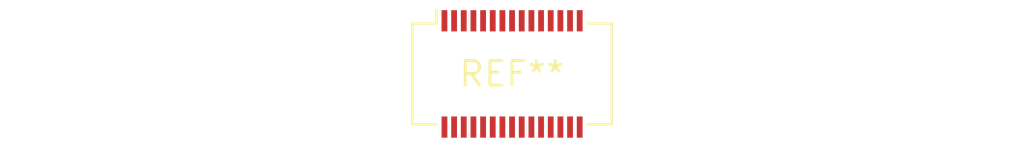
<source format=kicad_pcb>
(kicad_pcb (version 20240108) (generator pcbnew)
  (layers (0 "F.Cu" signal) (31 "B.Cu" signal) (34 "B.Paste" user) (35 "F.Paste" user) (36 "B.SilkS" user "B.Silkscreen") (37 "F.SilkS" user "F.Silkscreen") (38 "B.Mask" user) (39 "F.Mask" user) (44 "Edge.Cuts" user))
  (net 0 "")
  (footprint "Molex_SlimStack_54722-0304_2x15_P0.50mm_Vertical" (layer "F.Cu") (at 0 0)
    (property "Reference" "REF**")
    (property "Value" "Molex_SlimStack_54722-0304_2x15_P0.50mm_Vertical")
    (fp_line (start -5.16 -2.61) (end -3.91 -2.61) (layer "F.SilkS") (stroke (width 0.12)))
    (fp_line (start -5.16 2.61) (end -5.16 -2.61) (layer "F.SilkS") (stroke (width 0.12)))
    (fp_line (start -3.91 -2.61) (end -3.91 -3.3) (layer "F.SilkS") (stroke (width 0.12)))
    (fp_line (start -3.91 2.61) (end -5.16 2.61) (layer "F.SilkS") (stroke (width 0.12)))
    (fp_line (start 3.91 2.61) (end 5.16 2.61) (layer "F.SilkS") (stroke (width 0.12)))
    (fp_line (start 5.16 -2.61) (end 3.91 -2.61) (layer "F.SilkS") (stroke (width 0.12)))
    (fp_line (start 5.16 2.61) (end 5.16 -2.61) (layer "F.SilkS") (stroke (width 0.12)))
    (pad "1" smd rect (at -3.5 -2.75) (size 0.3 1.1) (layers "F.Cu" "F.Paste" "F.Mask"))
    (pad "2" smd rect (at -3.5 2.75) (size 0.3 1.1) (layers "F.Cu" "F.Paste" "F.Mask"))
    (pad "3" smd rect (at -3 -2.75) (size 0.3 1.1) (layers "F.Cu" "F.Paste" "F.Mask"))
    (pad "4" smd rect (at -3 2.75) (size 0.3 1.1) (layers "F.Cu" "F.Paste" "F.Mask"))
    (pad "5" smd rect (at -2.5 -2.75) (size 0.3 1.1) (layers "F.Cu" "F.Paste" "F.Mask"))
    (pad "6" smd rect (at -2.5 2.75) (size 0.3 1.1) (layers "F.Cu" "F.Paste" "F.Mask"))
    (pad "7" smd rect (at -2 -2.75) (size 0.3 1.1) (layers "F.Cu" "F.Paste" "F.Mask"))
    (pad "8" smd rect (at -2 2.75) (size 0.3 1.1) (layers "F.Cu" "F.Paste" "F.Mask"))
    (pad "9" smd rect (at -1.5 -2.75) (size 0.3 1.1) (layers "F.Cu" "F.Paste" "F.Mask"))
    (pad "10" smd rect (at -1.5 2.75) (size 0.3 1.1) (layers "F.Cu" "F.Paste" "F.Mask"))
    (pad "11" smd rect (at -1 -2.75) (size 0.3 1.1) (layers "F.Cu" "F.Paste" "F.Mask"))
    (pad "12" smd rect (at -1 2.75) (size 0.3 1.1) (layers "F.Cu" "F.Paste" "F.Mask"))
    (pad "13" smd rect (at -0.5 -2.75) (size 0.3 1.1) (layers "F.Cu" "F.Paste" "F.Mask"))
    (pad "14" smd rect (at -0.5 2.75) (size 0.3 1.1) (layers "F.Cu" "F.Paste" "F.Mask"))
    (pad "15" smd rect (at 0 -2.75) (size 0.3 1.1) (layers "F.Cu" "F.Paste" "F.Mask"))
    (pad "16" smd rect (at 0 2.75) (size 0.3 1.1) (layers "F.Cu" "F.Paste" "F.Mask"))
    (pad "17" smd rect (at 0.5 -2.75) (size 0.3 1.1) (layers "F.Cu" "F.Paste" "F.Mask"))
    (pad "18" smd rect (at 0.5 2.75) (size 0.3 1.1) (layers "F.Cu" "F.Paste" "F.Mask"))
    (pad "19" smd rect (at 1 -2.75) (size 0.3 1.1) (layers "F.Cu" "F.Paste" "F.Mask"))
    (pad "20" smd rect (at 1 2.75) (size 0.3 1.1) (layers "F.Cu" "F.Paste" "F.Mask"))
    (pad "21" smd rect (at 1.5 -2.75) (size 0.3 1.1) (layers "F.Cu" "F.Paste" "F.Mask"))
    (pad "22" smd rect (at 1.5 2.75) (size 0.3 1.1) (layers "F.Cu" "F.Paste" "F.Mask"))
    (pad "23" smd rect (at 2 -2.75) (size 0.3 1.1) (layers "F.Cu" "F.Paste" "F.Mask"))
    (pad "24" smd rect (at 2 2.75) (size 0.3 1.1) (layers "F.Cu" "F.Paste" "F.Mask"))
    (pad "25" smd rect (at 2.5 -2.75) (size 0.3 1.1) (layers "F.Cu" "F.Paste" "F.Mask"))
    (pad "26" smd rect (at 2.5 2.75) (size 0.3 1.1) (layers "F.Cu" "F.Paste" "F.Mask"))
    (pad "27" smd rect (at 3 -2.75) (size 0.3 1.1) (layers "F.Cu" "F.Paste" "F.Mask"))
    (pad "28" smd rect (at 3 2.75) (size 0.3 1.1) (layers "F.Cu" "F.Paste" "F.Mask"))
    (pad "29" smd rect (at 3.5 -2.75) (size 0.3 1.1) (layers "F.Cu" "F.Paste" "F.Mask"))
    (pad "30" smd rect (at 3.5 2.75) (size 0.3 1.1) (layers "F.Cu" "F.Paste" "F.Mask"))
  )
)
</source>
